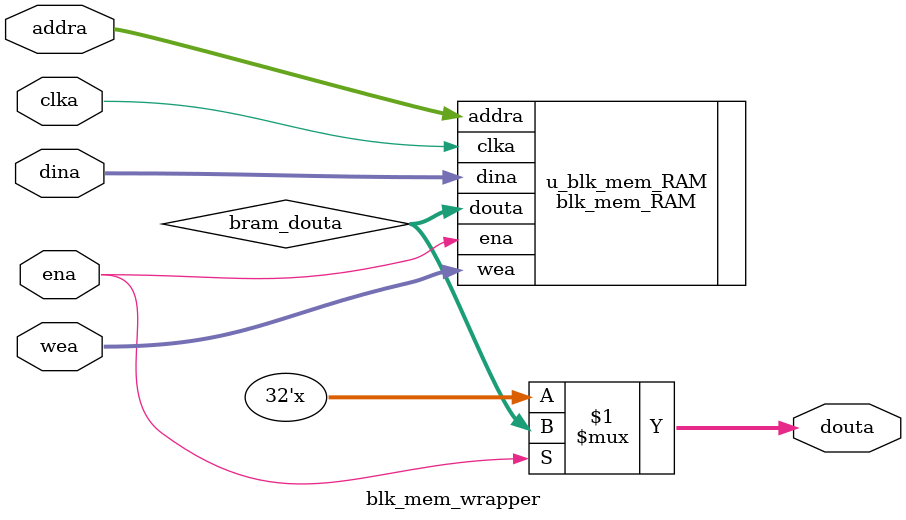
<source format=v>
module blk_mem_wrapper(
    input wire clka,
    input wire ena,
    input wire [3:0] wea,
    input wire [15:0] addra,
    input wire [31:0] dina,
    output wire [31:0] douta
);    // BRAM IP核的输出
    wire [31:0] bram_douta;
    
    // 实例化真正的BRAM IP核
    blk_mem_RAM u_blk_mem_RAM(
        .clka(clka),
        .ena(ena),
        .wea(wea),
        .addra(addra),
        .dina(dina),
        .douta(bram_douta)
    );
    
    // 控制输出逻辑，未使能时为高阻态
    assign douta = ena ? bram_douta : 32'hzzzzzzzz;

endmodule
</source>
